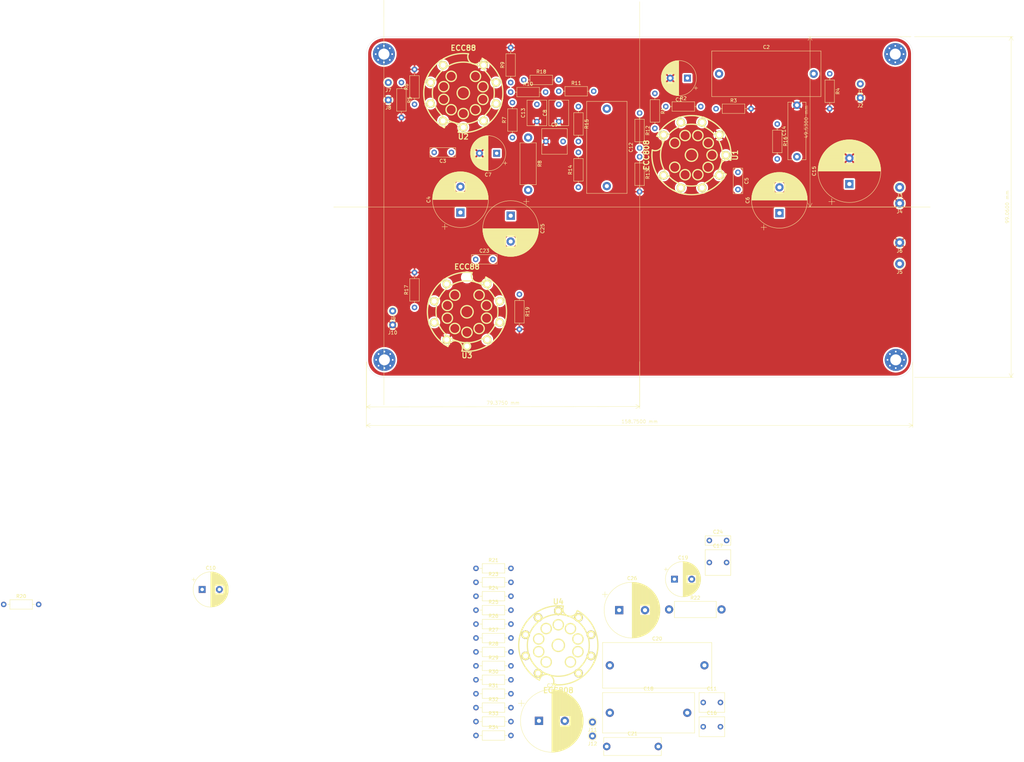
<source format=kicad_pcb>
(kicad_pcb (version 20240108) (generator "pcbnew") (generator_version "8.0")
  (layers (0 "F.Cu" signal) (31 "B.Cu" signal) (34 "B.Paste" user) (35 "F.Paste" user) (36 "B.SilkS" user "B.Silkscreen") (37 "F.SilkS" user "F.Silkscreen") (38 "B.Mask" user) (39 "F.Mask" user) (44 "Edge.Cuts" user))
  (net 0 "")
  (net 1 "FVCC")
  (net 2 "FGND")
  (net 3 "GND")
  (net 4 "Net-(C12-Pad1)")
  (net 5 "Net-(C9-Pad2)")
  (net 6 "Net-(U1B-G)")
  (net 7 "VDDA")
  (net 8 "Net-(J1-Pin_1)")
  (net 9 "Net-(J7-Pin_1)")
  (net 10 "Net-(C1-Pad1)")
  (net 11 "Net-(U2A-A)")
  (net 12 "Net-(R11-Pad2)")
  (net 13 "Net-(U1A-G)")
  (net 14 "Net-(U1A-K)")
  (net 15 "Net-(U1B-K)")
  (net 16 "Net-(U1A-A)")
  (net 17 "Net-(U2A-G)")
  (net 18 "Net-(U2A-K)")
  (net 19 "Net-(U2B-K)")
  (net 20 "Net-(R10-Pad2)")
  (net 21 "Net-(R12-Pad2)")
  (net 22 "Net-(U3A-A)")
  (net 23 "Net-(C11-Pad2)")
  (net 24 "Net-(C17-Pad2)")
  (net 25 "Net-(U4B-G)")
  (net 26 "Net-(C19-Pad1)")
  (net 27 "Net-(U4A-K)")
  (net 28 "Net-(J11-Pin_1)")
  (net 29 "Net-(J9-Pin_1)")
  (net 30 "Net-(U3B-K)")
  (net 31 "Net-(U3A-G)")
  (net 32 "Net-(U3A-K)")
  (net 33 "Net-(U4A-A)")
  (net 34 "Net-(R23-Pad2)")
  (net 35 "Net-(R25-Pad2)")
  (net 36 "Net-(R27-Pad2)")
  (net 37 "Net-(U4B-K)")
  (net 38 "Net-(U4A-G)")
  (footprint "Connector_Pin:Pin_D1.0mm_L10.0mm" (layer "F.Cu") (at 175.26 93.98)
    (property "Reference" "J2" (at 0 2.25 0) (layer "F.SilkS"))
    (property "Value" "Conn_01x01")
    (pad "1" thru_hole circle (at 0 0) (size 2 2) (drill 1) (layers "*.Cu" "*.Mask") (net 3 "GND"))
  )
  (footprint "Capacitor_THT:C_Rect_L26.5mm_W11.5mm_P22.50mm_MKS4" (layer "F.Cu") (at 102.47 272.81)
    (property "Reference" "C18" (at 11.25 -7 0) (layer "F.SilkS"))
    (property "Value" "1uF/250V")
    (pad "1" thru_hole circle (at 0 0) (size 2.4 2.4) (drill 1.2) (layers "*.Cu" "*.Mask") (net 23 "Net-(C11-Pad2)"))
    (pad "2" thru_hole circle (at 22.5 0) (size 2.4 2.4) (drill 1.2) (layers "*.Cu" "*.Mask") (net 25 "Net-(U4B-G)"))
  )
  (footprint "Capacitor_THT:CP_Radial_D18.0mm_P7.50mm" (layer "F.Cu") (at 172.085 119.04778 90)
    (property "Reference" "C15" (at 3.75 -10.25 90) (layer "F.SilkS"))
    (property "Value" "100uF")
    (pad "1" thru_hole rect (at 0 0 90) (size 2.4 2.4) (drill 1.2) (layers "*.Cu" "*.Mask") (net 7 "VDDA"))
    (pad "2" thru_hole circle (at 7.5 0 90) (size 2.4 2.4) (drill 1.2) (layers "*.Cu" "*.Mask") (net 3 "GND"))
  )
  (footprint "Capacitor_THT:C_Rect_L7.2mm_W2.5mm_P5.00mm_FKS2_FKP2_MKS2_MKP2" (layer "F.Cu") (at 131.4 222.71)
    (property "Reference" "C24" (at 2.5 -2.5 0) (layer "F.SilkS"))
    (property "Value" "100nF")
    (pad "1" thru_hole circle (at 0 0) (size 1.6 1.6) (drill 0.8) (layers "*.Cu" "*.Mask") (net 1 "FVCC"))
    (pad "2" thru_hole circle (at 5 0) (size 1.6 1.6) (drill 0.8) (layers "*.Cu" "*.Mask") (net 2 "FGND"))
  )
  (footprint "Connector_Pin:Pin_D1.0mm_L10.0mm" (layer "F.Cu") (at 97.43 279.55)
    (property "Reference" "J12" (at 0 2.25 0) (layer "F.SilkS"))
    (property "Value" "Conn_01x01")
    (pad "1" thru_hole circle (at 0 0) (size 2 2) (drill 1) (layers "*.Cu" "*.Mask") (net 3 "GND"))
  )
  (footprint "Capacitor_THT:C_Rect_L7.2mm_W5.5mm_P5.00mm_FKS2_FKP2_MKS2_MKP2" (layer "F.Cu") (at 129.62 269.81)
    (property "Reference" "C11" (at 2.5 -4 0) (layer "F.SilkS"))
    (property "Value" "22nF/1%")
    (pad "1" thru_hole circle (at 0 0) (size 1.6 1.6) (drill 0.8) (layers "*.Cu" "*.Mask") (net 3 "GND"))
    (pad "2" thru_hole circle (at 5 0) (size 1.6 1.6) (drill 0.8) (layers "*.Cu" "*.Mask") (net 23 "Net-(C11-Pad2)"))
  )
  (footprint "Connector_Pin:Pin_D1.0mm_L10.0mm" (layer "F.Cu") (at 175.26 89.93)
    (property "Reference" "J1" (at 0 2.25 0) (layer "F.SilkS"))
    (property "Value" "Conn_01x01")
    (pad "1" thru_hole circle (at 0 0) (size 2 2) (drill 1) (layers "*.Cu" "*.Mask") (net 8 "Net-(J1-Pin_1)"))
  )
  (footprint "Resistor_THT:R_Axial_DIN0207_L6.3mm_D2.5mm_P10.16mm_Horizontal" (layer "F.Cu") (at 63.58 251.06)
    (property "Reference" "R27" (at 5.08 -2.37 0) (layer "F.SilkS"))
    (property "Value" "1meg")
    (pad "1" thru_hole circle (at 0 0) (size 1.6 1.6) (drill 0.8) (layers "*.Cu" "*.Mask") (net 25 "Net-(U4B-G)"))
    (pad "2" thru_hole oval (at 10.16 0) (size 1.6 1.6) (drill 0.8) (layers "*.Cu" "*.Mask") (net 36 "Net-(R27-Pad2)"))
  )
  (footprint "Resistor_THT:R_Axial_DIN0207_L6.3mm_D2.5mm_P10.16mm_Horizontal" (layer "F.Cu") (at 63.58 234.86)
    (property "Reference" "R23" (at 5.08 -2.37 0) (layer "F.SilkS"))
    (property "Value" "20k")
    (pad "1" thru_hole circle (at 0 0) (size 1.6 1.6) (drill 0.8) (layers "*.Cu" "*.Mask") (net 32 "Net-(U3A-K)"))
    (pad "2" thru_hole oval (at 10.16 0) (size 1.6 1.6) (drill 0.8) (layers "*.Cu" "*.Mask") (net 34 "Net-(R23-Pad2)"))
  )
  (footprint "Capacitor_THT:CP_Radial_D16.0mm_P7.50mm" (layer "F.Cu") (at 73.66 128.27 -90)
    (property "Reference" "C25" (at 3.75 -9.25 90) (layer "F.SilkS"))
    (property "Value" "2200uF")
    (pad "1" thru_hole rect (at 0 0 270) (size 2.4 2.4) (drill 1.2) (layers "*.Cu" "*.Mask") (net 1 "FVCC"))
    (pad "2" thru_hole circle (at 7.5 0 270) (size 2.4 2.4) (drill 1.2) (layers "*.Cu" "*.Mask") (net 2 "FGND"))
  )
  (footprint "Capacitor_THT:C_Rect_L7.2mm_W2.5mm_P5.00mm_FKS2_FKP2_MKS2_MKP2" (layer "F.Cu") (at 56.435 109.855 180)
    (property "Reference" "C3" (at 2.5 -2.5 0) (layer "F.SilkS"))
    (property "Value" "100nF")
    (pad "1" thru_hole circle (at 0 0 180) (size 1.6 1.6) (drill 0.8) (layers "*.Cu" "*.Mask") (net 1 "FVCC"))
    (pad "2" thru_hole circle (at 5 0 180) (size 1.6 1.6) (drill 0.8) (layers "*.Cu" "*.Mask") (net 2 "FGND"))
  )
  (footprint "Capacitor_THT:C_Rect_L7.2mm_W2.5mm_P5.00mm_FKS2_FKP2_MKS2_MKP2" (layer "F.Cu") (at 139.7 115.65 -90)
    (property "Reference" "C5" (at 2.5 -2.5 90) (layer "F.SilkS"))
    (property "Value" "100nF")
    (pad "1" thru_hole circle (at 0 0 270) (size 1.6 1.6) (drill 0.8) (layers "*.Cu" "*.Mask") (net 1 "FVCC"))
    (pad "2" thru_hole circle (at 5 0 270) (size 1.6 1.6) (drill 0.8) (layers "*.Cu" "*.Mask") (net 2 "FGND"))
  )
  (footprint "Resistor_THT:R_Axial_DIN0207_L6.3mm_D2.5mm_P10.16mm_Horizontal" (layer "F.Cu") (at 41.91 89.535 -90)
    (property "Reference" "R5" (at 5.08 -2.37 90) (layer "F.SilkS"))
    (property "Value" "47k")
    (pad "1" thru_hole circle (at 0 0 270) (size 1.6 1.6) (drill 0.8) (layers "*.Cu" "*.Mask") (net 9 "Net-(J7-Pin_1)"))
    (pad "2" thru_hole oval (at 10.16 0 270) (size 1.6 1.6) (drill 0.8) (layers "*.Cu" "*.Mask") (net 3 "GND"))
  )
  (footprint "Resistor_THT:R_Axial_DIN0207_L6.3mm_D2.5mm_P10.16mm_Horizontal" (layer "F.Cu") (at 63.58 275.36)
    (property "Reference" "R33" (at 5.08 -2.37 0) (layer "F.SilkS"))
    (property "Value" "511R/1W")
    (pad "1" thru_hole circle (at 0 0) (size 1.6 1.6) (drill 0.8) (layers "*.Cu" "*.Mask") (net 33 "Net-(U4A-A)"))
    (pad "2" thru_hole oval (at 10.16 0) (size 1.6 1.6) (drill 0.8) (layers "*.Cu" "*.Mask") (net 7 "VDDA"))
  )
  (footprint "Resistor_THT:R_Axial_DIN0207_L6.3mm_D2.5mm_P10.16mm_Horizontal" (layer "F.Cu") (at 73.66 92.329)
    (property "Reference" "R10" (at 5.08 -2.37 0) (layer "F.SilkS"))
    (property "Value" "20k")
    (pad "1" thru_hole circle (at 0 0) (size 1.6 1.6) (drill 0.8) (layers "*.Cu" "*.Mask") (net 18 "Net-(U2A-K)"))
    (pad "2" thru_hole oval (at 10.16 0) (size 1.6 1.6) (drill 0.8) (layers "*.Cu" "*.Mask") (net 20 "Net-(R10-Pad2)"))
  )
  (footprint "kicad-snk:TubeNoval-ECC88" (layer "F.Cu") (at 60.96 156.21 180)
    (property "Reference" "U3" (at 0 -12.7 360) (layer "F.SilkS") (effects (font (size 1.524 1.524) (thickness 0.3048))))
    (property "Value" "ECC88" (at 0 13.09878 360) (layer "F.SilkS") (effects (font (size 1.524 1.524) (thickness 0.3048))))
    (pad "1" thru_hole circle (at 5.87756 8.0899 180) (size 2.49936 2.49936) (drill 1.4986) (layers "*.Cu" "*.Mask" "F.SilkS") (net 31 "Net-(U3A-G)"))
    (pad "2" thru_hole circle (at 9.50976 3.0861 180) (size 2.49936 2.49936) (drill 1.4986) (layers "*.Cu" "*.Mask" "F.SilkS") (net 29 "Net-(J9-Pin_1)"))
    (pad "3" thru_hole circle (at 9.50976 -3.0861 180) (size 2.49936 2.49936) (drill 1.4986) (layers "*.Cu" "*.Mask" "F.SilkS") (net 30 "Net-(U3B-K)"))
    (pad "4" thru_hole circle (at 5.87756 -8.0899 180) (size 2.49936 2.49936) (drill 1.4986) (layers "*.Cu" "*.Mask" "F.SilkS") (net 2 "FGND"))
    (pad "5" thru_hole circle (at 0 -9.99998 180) (size 2.49936 2.49936) (drill 1.4986) (layers "*.Cu" "*.Mask" "F.SilkS") (net 1 "FVCC"))
    (pad "6" thru_hole circle (at -5.87756 -8.0899 180) (size 2.49936 2.49936) (drill 1.4986) (layers "*.Cu" "*.Mask" "F.SilkS") (net 22 "Net-(U3A-A)"))
    (pad "7" thru_hole circle (at -9.50976 -3.0861 180) (size 2.49936 2.49936) (drill 1.4986) (layers "*.Cu" "*.Mask" "F.SilkS") (net 31 "Net-(U3A-G)"))
    (pad "8" thru_hole circle (at -9.50976 3.0861 180) (size 2.49936 2.49936) (drill 1.4986) (layers "*.Cu" "*.Mask" "F.SilkS") (net 32 "Net-(U3A-K)"))
    (pad "9" thru_hole circle (at -5.87756 8.0899 180) (size 2.49936 2.49936) (drill 1.4986) (layers "*.Cu" "*.Mask" "F.SilkS") (net 3 "GND"))
  )
  (footprint "Resistor_THT:R_Axial_DIN0207_L6.3mm_D2.5mm_P10.16mm_Horizontal" (layer "F.Cu") (at 63.58 259.16)
    (property "Reference" "R29" (at 5.08 -2.37 0) (layer "F.SilkS"))
    (property "Value" "1k")
    (pad "1" thru_hole circle (at 0 0) (size 1.6 1.6) (drill 0.8) (layers "*.Cu" "*.Mask") (net 36 "Net-(R27-Pad2)"))
    (pad "2" thru_hole oval (at 10.16 0) (size 1.6 1.6) (drill 0.8) (layers "*.Cu" "*.Mask") (net 3 "GND"))
  )
  (footprint "kicad-snk:TubeNoval-ECC88" (layer "F.Cu") (at 126.1999 110.65256 -90)
    (property "Reference" "U1" (at 0 -12.7 90) (layer "F.SilkS") (effects (font (size 1.524 1.524) (thickness 0.3048))))
    (property "Value" "ECC808" (at 0 13.09878 90) (layer "F.SilkS") (effects (font (size 1.524 1.524) (thickness 0.3048))))
    (pad "1" thru_hole circle (at 5.87756 8.0899 270) (size 2.49936 2.49936) (drill 1.4986) (layers "*.Cu" "*.Mask" "F.SilkS") (net 6 "Net-(U1B-G)"))
    (pad "2" thru_hole circle (at 9.50976 3.0861 270) (size 2.49936 2.49936) (drill 1.4986) (layers "*.Cu" "*.Mask" "F.SilkS") (net 15 "Net-(U1B-K)"))
    (pad "3" thru_hole circle (at 9.50976 -3.0861 270) (size 2.49936 2.49936) (drill 1.4986) (layers "*.Cu" "*.Mask" "F.SilkS") (net 13 "Net-(U1A-G)"))
    (pad "4" thru_hole circle (at 5.87756 -8.0899 270) (size 2.49936 2.49936) (drill 1.4986) (layers "*.Cu" "*.Mask" "F.SilkS") (net 2 "FGND"))
    (pad "5" thru_hole circle (at 0 -9.99998 270) (size 2.49936 2.49936) (drill 1.4986) (layers "*.Cu" "*.Mask" "F.SilkS") (net 1 "FVCC"))
    (pad "6" thru_hole circle (at -5.87756 -8.0899 270) (size 2.49936 2.49936) (drill 1.4986) (layers "*.Cu" "*.Mask" "F.SilkS") (net 3 "GND"))
    (pad "7" thru_hole circle (at -9.50976 -3.0861 270) (size 2.49936 2.49936) (drill 1.4986) (layers "*.Cu" "*.Mask" "F.SilkS") (net 16 "Net-(U1A-A)"))
    (pad "8" thru_hole circle (at -9.50976 3.0861 270) (size 2.49936 2.49936) (drill 1.4986) (layers "*.Cu" "*.Mask" "F.SilkS") (net 14 "Net-(U1A-K)"))
    (pad "9" thru_hole circle (at -5.87756 8.0899 270) (size 2.49936 2.49936) (drill 1.4986) (layers "*.Cu" "*.Mask" "F.SilkS") (net 13 "Net-(U1A-G)"))
  )
  (footprint "Connector_Pin:Pin_D1.0mm_L10.0mm" (layer "F.Cu") (at 38.1 89.535)
    (property "Reference" "J7" (at 0 2.25 0) (layer "F.SilkS"))
    (property "Value" "Conn_01x01")
    (pad "1" thru_hole circle (at 0 0) (size 2 2) (drill 1) (layers "*.Cu" "*.Mask") (net 9 "Net-(J7-Pin_1)"))
  )
  (footprint "Resistor_THT:R_Axial_DIN0207_L6.3mm_D2.5mm_P10.16mm_Horizontal" (layer "F.Cu") (at 63.58 230.81)
    (property "Reference" "R21" (at 5.08 -2.37 0) (layer "F.SilkS"))
    (property "Value" "20k")
    (pad "1" thru_hole circle (at 0 0) (size 1.6 1.6) (drill 0.8) (layers "*.Cu" "*.Mask") (net 32 "Net-(U3A-K)"))
    (pad "2" thru_hole oval (at 10.16 0) (size 1.6 1.6) (drill 0.8) (layers "*.Cu" "*.Mask") (net 3 "GND"))
  )
  (footprint "Capacitor_THT:CP_Radial_D16.0mm_P7.50mm" (layer "F.Cu") (at 59.055 127.337754 90)
    (property "Reference" "C4" (at 3.75 -9.25 90) (layer "F.SilkS"))
    (property "Value" "2200uF")
    (pad "1" thru_hole rect (at 0 0 90) (size 2.4 2.4) (drill 1.2) (layers "*.Cu" "*.Mask") (net 1 "FVCC"))
    (pad "2" thru_hole circle (at 7.5 0 90) (size 2.4 2.4) (drill 1.2) (layers "*.Cu" "*.Mask") (net 2 "FGND"))
  )
  (footprint "Resistor_THT:R_Axial_DIN0207_L6.3mm_D2.5mm_P10.16mm_Horizontal" (layer "F.Cu") (at 93.345 120.015 90)
    (property "Reference" "R14" (at 5.08 -2.37 90) (layer "F.SilkS"))
    (property "Value" "1meg")
    (pad "1" thru_hole circle (at 0 0 90) (size 1.6 1.6) (drill 0.8) (layers "*.Cu" "*.Mask") (net 6 "Net-(U1B-G)"))
    (pad "2" thru_hole oval (at 10.16 0 90) (size 1.6 1.6) (drill 0.8) (layers "*.Cu" "*.Mask") (net 21 "Net-(R12-Pad2)"))
  )
  (footprint "Connector_Pin:Pin_D1.3mm_L11.0mm" (layer "F.Cu") (at 186.69 142.24)
    (property "Reference" "J5" (at 0 2.4 0) (layer "F.SilkS"))
    (property "Value" "Conn_01x01")
    (pad "1" thru_hole circle (at 0 0) (size 2.6 2.6) (drill 1.3) (layers "*.Cu" "*.Mask") (net 7 "VDDA"))
  )
  (footprint "Capacitor_THT:CP_Radial_D16.0mm_P7.50mm" (layer "F.Cu") (at 105.194491 242.96)
    (property "Reference" "C26" (at 3.75 -9.25 0) (layer "F.SilkS"))
    (property "Value" "2200uF")
    (pad "1" thru_hole rect (at 0 0) (size 2.4 2.4) (drill 1.2) (layers "*.Cu" "*.Mask") (net 1 "FVCC"))
    (pad "2" thru_hole circle (at 7.5 0) (size 2.4 2.4) (drill 1.2) (layers "*.Cu" "*.Mask") (net 2 "FGND"))
  )
  (footprint "Resistor_THT:R_Axial_DIN0207_L6.3mm_D2.5mm_P10.16mm_Horizontal" (layer "F.Cu") (at 63.58 267.26)
    (property "Reference" "R31" (at 5.08 -2.37 0) (layer "F.SilkS"))
    (property "Value" "1k")
    (pad "1" thru_hole circle (at 0 0) (size 1.6 1.6) (drill 0.8) (layers "*.Cu" "*.Mask") (net 26 "Net-(C19-Pad1)"))
    (pad "2" thru_hole oval (at 10.16 0) (size 1.6 1.6) (drill 0.8) (layers "*.Cu" "*.Mask") (net 33 "Net-(U4A-A)"))
  )
  (footprint "MountingHole:MountingHole_3.2mm_M3_Pad_Via" (layer "F.Cu") (at 36.83 81.28)
    (property "Reference" "H1" (hide yes))
    (property "Value" "MountingHole")
    (pad "1" thru_hole circle (at -2.4 0) (size 0.8 0.8) (drill 0.5) (layers "*.Cu" "*.Mask"))
    (pad "1" thru_hole circle (at -1.697056 -1.697056) (size 0.8 0.8) (drill 0.5) (layers "*.Cu" "*.Mask"))
    (pad "1" thru_hole circle (at -1.697056 1.697056) (size 0.8 0.8) (drill 0.5) (layers "*.Cu" "*.Mask"))
    (pad "1" thru_hole circle (at 0 -2.4) (size 0.8 0.8) (drill 0.5) (layers "*.Cu" "*.Mask"))
    (pad "1" thru_hole circle (at 0 0) (size 6.4 6.4) (drill 3.2) (layers "*.Cu" "*.Mask"))
    (pad "1" thru_hole circle (at 0 2.4) (size 0.8 0.8) (drill 0.5) (layers "*.Cu" "*.Mask"))
    (pad "1" thru_hole circle (at 1.697056 -1.697056) (size 0.8 0.8) (drill 0.5) (layers "*.Cu" "*.Mask"))
    (pad "1" thru_hole circle (at 1.697056 1.697056) (size 0.8 0.8) (drill 0.5) (layers "*.Cu" "*.Mask"))
    (pad "1" thru_hole circle (at 2.4 0) (size 0.8 0.8) (drill 0.5) (layers "*.Cu" "*.Mask"))
  )
  (footprint "Connector_Pin:Pin_D1.0mm_L10.0mm" (layer "F.Cu") (at 39.37 155.97)
    (property "Reference" "J9" (at 0 2.25 0) (layer "F.SilkS"))
    (property "Value" "Conn_01x01")
    (pad "1" thru_hole circle (at 0 0) (size 2 2) (drill 1) (layers "*.Cu" "*.Mask") (net 29 "Net-(J9-Pin_1)"))
  )
  (footprint "Resistor_THT:R_Axial_DIN0207_L6.3mm_D2.5mm_P10.16mm_Horizontal" (layer "F.Cu") (at 63.58 247.01)
    (property "Reference" "R26" (at 5.08 -2.37 0) (layer "F.SilkS"))
    (property "Value" "221R/0.25W")
    (pad "1" thru_hole circle (at 0 0) (size 1.6 1.6) (drill 0.8) (layers "*.Cu" "*.Mask") (net 35 "Net-(R25-Pad2)"))
    (pad "2" thru_hole oval (at 10.16 0) (size 1.6 1.6) (drill 0.8) (layers "*.Cu" "*.Mask") (net 24 "Net-(C17-Pad2)"))
  )
  (footprint "Resistor_THT:R_Axial_DIN0207_L6.3mm_D2.5mm_P10.16mm_Horizontal" (layer "F.Cu") (at 115.57 92.71 -90)
    (property "Reference" "R1" (at 5.08 -2.37 90) (layer "F.SilkS"))
    (property "Value" "221k")
    (pad "1" thru_hole circle (at 0 0 270) (size 1.6 1.6) (drill 0.8) (layers "*.Cu" "*.Mask") (net 10 "Net-(C1-Pad1)"))
    (pad "2" thru_hole oval (at 10.16 0 270) (size 1.6 1.6) (drill 0.8) (layers "*.Cu" "*.Mask") (net 13 "Net-(U1A-G)"))
  )
  (footprint "Capacitor_THT:C_Rect_L7.2mm_W7.2mm_P5.00mm_FKS2_FKP2_MKS2_MKP2" (layer "F.Cu") (at 131.4 229.11)
    (property "Reference" "C17" (at 2.5 -4.85 0) (layer "F.SilkS"))
    (property "Value" "68nF/1%")
    (pad "1" thru_hole circle (at 0 0) (size 1.6 1.6) (drill 0.8) (layers "*.Cu" "*.Mask") (net 3 "GND"))
    (pad "2" thru_hole circle (at 5 0) (size 1.6 1.6) (drill 0.8) (layers "*.Cu" "*.Mask") (net 24 "Net-(C17-Pad2)"))
  )
  (footprint "Connector_Pin:Pin_D1.0mm_L10.0mm" (layer "F.Cu") (at 39.37 160.02)
    (property "Reference" "J10" (at 0 2.25 0) (layer "F.SilkS"))
    (property "Value" "Conn_01x01")
    (pad "1" thru_hole circle (at 0 0) (size 2 2) (drill 1) (layers "*.Cu" "*.Mask") (net 3 "GND"))
  )
  (footprint "Resistor_THT:R_Axial_DIN0207_L6.3mm_D2.5mm_P10.16mm_Horizontal" (layer "F.Cu") (at 63.58 279.41)
    (property "Reference" "R34" (at 5.08 -2.37 0) (layer "F.SilkS"))
    (property "Value" "1meg")
    (pad "1" thru_hole circle (at 0 0) (size 1.6 1.6) (drill 0.8) (layers "*.Cu" "*.Mask") (net 28 "Net-(J11-Pin_1)"))
    (pad "2" thru_hole oval (at 10.16 0) (size 1.6 1.6) (drill 0.8) (layers "*.Cu" "*.Mask") (net 3 "GND"))
  )
  (footprint "Capacitor_THT:CP_Radial_D16.0mm_P7.50mm" (layer "F.Cu") (at 151.765 127.515 90)
    (property "Reference" "C6" (at 3.75 -9.25 90) (layer "F.SilkS"))
    (property "Value" "2200uF")
    (pad "1" thru_hole rect (at 0 0 90) (size 2.4 2.4) (drill 1.2) (layers "*.Cu" "*.Mask") (net 1 "FVCC"))
    (pad "2" thru_hole circle (at 7.5 0 90) (size 2.4 2.4) (drill 1.2) (layers "*.Cu" "*.Mask") (net 2 "FGND"))
  )
  (footprint "Resistor_THT:R_Axial_DIN0207_L6.3mm_D2.5mm_P10.16mm_Horizontal" (layer "F.Cu") (at 63.58 263.21)
    (property "Reference" "R30" (at 5.08 -2.37 0) (layer "F.SilkS"))
    (property "Value" "221k")
    (pad "1" thru_hole circle (at 0 0) (size 1.6 1.6) (drill 0.8) (layers "*.Cu" "*.Mask") (net 26 "Net-(C19-Pad1)"))
    (pad "2" thru_hole oval (at 10.16 0) (size 1.6 1.6) (drill 0.8) (layers "*.Cu" "*.Mask") (net 38 "Net-(U4A-G)"))
  )
  (footprint "Resistor_THT:R_Axial_DIN0414_L11.9mm_D4.5mm_P15.24mm_Horizontal" (layer "F.Cu") (at 119.69 242.76)
    (property "Reference" "R22" (at 7.62 -3.37 0) (layer "F.SilkS"))
    (property "Value" "33k/2W")
    (pad "1" thru_hole circle (at 0 0) (size 2.4 2.4) (drill 1.2) (layers "*.Cu" "*.Mask") (net 22 "Net-(U3A-A)"))
    (pad "2" thru_hole oval (at 15.24 0) (size 2.4 2.4) (drill 1.2) (layers "*.Cu" "*.Mask") (net 33 "Net-(U4A-A)"))
  )
  (footprint "MountingHole:MountingHole_3.2mm_M3_Pad_Via" (layer "F.Cu") (at 36.97 170.18)
    (property "Reference" "H3" (hide yes))
    (property "Value" "MountingHole")
    (pad "1" thru_hole circle (at -2.4 0) (size 0.8 0.8) (drill 0.5) (layers "*.Cu" "*.Mask"))
    (pad "1" thru_hole circle (at -1.697056 -1.697056) (size 0.8 0.8) (drill 0.5) (layers "*.Cu" "*.Mask"))
    (pad "1" thru_hole circle (at -1.697056 1.697056) (size 0.8 0.8) (drill 0.5) (layers "*.Cu" "*.Mask"))
    (pad "1" thru_hole circle (at 0 -2.4) (size 0.8 0.8) (drill 0.5) (layers "*.Cu" "*.Mask"))
    (pad "1" thru_hole circle (at 0 0) (size 6.4 6.4) (drill 3.2) (layers "*.Cu" "*.Mask"))
    (pad "1" thru_hole circle (at 0 2.4) (size 0.8 0.8) (drill 0.5) (layers "*.Cu" "*.Mask"))
    (pad "1" thru_hole circle (at 1.697056 -1.697056) (size 0.8 0.8) (drill 0.5) (layers "*.Cu" "*.Mask"))
    (pad "1" thru_hole circle (at 1.697056 1.697056) (size 0.8 0.8) (drill 0.5) (layers "*.Cu" "*.Mask"))
    (pad "1" thru_hole circle (at 2.4 0) (size 0.8 0.8) (drill 0.5) (layers "*.Cu" "*.Mask"))
  )
  (footprint "Capacitor_THT:C_Rect_L7.2mm_W5.5mm_P5.00mm_FKS2_FKP2_MKS2_MKP2" (layer "F.Cu") (at 87.63 100.885 90)
    (property "Reference" "C8" (at 2.5 -4 90) (layer "F.SilkS"))
    (property "Value" "22nF/1%")
    (pad "1" thru_hole circle (at 0 0 90) (size 1.6 1.6) (drill 0.8) (layers "*.Cu" "*.Mask") (net 3 "GND"))
    (pad "2" thru_hole circle (at 5 0 90) (size 1.6 1.6) (drill 0.8) (layers "*.Cu" "*.Mask") (net 4 "Net-(C12-Pad1)"))
  )
  (footprint "Resistor_THT:R_Axial_DIN0207_L6.3mm_D2.5mm_P10.16mm_Horizontal" (layer "F.Cu") (at -73.66 241.3)
    (property "Reference" "R20" (at 5.08 -2.37 0) (layer "F.SilkS"))
    (property "Value" "20k")
    (pad "1" thru_hole circle (at 0 0) (size 1.6 1.6) (drill 0.8) (layers "*.Cu" "*.Mask") (net 22 "Net-(U3A-A)"))
    (pad "2" thru_hole oval (at 10.16 0) (size 1.6 1.6) (drill 0.8) (layers "*.Cu" "*.Mask") (net 31 "Net-(U3A-G)"))
  )
  (footprint "Resistor_THT:R_Axial_DIN0207_L6.3mm_D2.5mm_P10.16mm_Horizontal" (layer "F.Cu") (at 118.745 96.52)
    (property "Reference" "R2" (at 5.08 -2.37 0) (layer "F.SilkS"))
    (property "Value" "1k")
    (pad "1" thru_hole circle (at 0 0) (size 1.6 1.6) (drill 0.8) (layers "*.Cu" "*.Mask") (net 10 "Net-(C1-Pad1)"))
    (pad "2" thru_hole oval (at 10.16 0) (size 1.6 1.6) (drill 0.8) (layers "*.Cu" "*.Mask") (net 16 "Net-(U1A-A)"))
  )
  (footprint "Resistor_THT:R_Axial_DIN0207_L6.3mm_D2.5mm_P10.16mm_Horizontal" (layer "F.Cu") (at 63.58 242.96)
    (property "Reference" "R25" (at 5.08 -2.37 0) (layer "F.SilkS"))
    (property "Value" "4k42/0.25W")
    (pad "1" thru_hole circle (at 0 0) (size 1.6 1.6) (drill 0.8) (layers "*.Cu" "*.Mask") (net 23 "Net-(C11-Pad2)"))
    (pad "2" thru_hole oval (at 10.16 0) (size 1.6 1.6) (drill 0.8) (layers "*.Cu" "*.Mask") (net 35 "Net-(R25-Pad2)"))
  )
  (footprint "Resistor_THT:R_Axial_DIN0207_L6.3mm_D2.5mm_P10.16mm_Horizontal" (layer "F.Cu") (at 166.37 86.995 -90)
    (property "Reference" "R4" (at 5.08 -2.37 90) (layer "F.SilkS"))
    (property "Value" "1meg")
    (pad "1" thru_hole circle (at 0 0 270) (size 1.6 1.6) (drill 0.8) (layers "*.Cu" "*.Mask") (net 8 "Net-(J1-Pin_1)"))
    (pad "2" thru_hole oval (at 10.16 0 270) (size 1.6 1.6) (drill 0.8) (layers "*.Cu" "*.Mask") (net 3 "GND"))
  )
  (footprint "Capacitor_THT:CP_Radial_D10.0mm_P5.00mm" (layer "F.Cu") (at 121.254646 233.96)
    (property "Reference" "C19" (at 2.5 -6.25 0) (layer "F.SilkS"))
    (property "Value" "10uF/350V")
    (pad "1" thru_hole rect (at 0 0) (size 2 2) (drill 1) (layers "*.Cu" "*.Mask") (net 26 "Net-(C19-Pad1)"))
    (pad "2" thru_hole circle (at 5 0) (size 2 2) (drill 1) (layers "*.Cu" "*.Mask") (net 3 "GND"))
  )
  (footprint "Capacitor_THT:C_Rect_L7.2mm_W5.5mm_P5.00mm_FKS2_FKP2_MKS2_MKP2" (layer "F.Cu") (at 129.62 276.86)
    (property "Reference" "C16" (at 2.5 -4 0) (layer "F.SilkS"))
    (property "Value" "1nF/1%")
    (pad "1" thru_hole circle (at 0 0) (size 1.6 1.6) (drill 0.8) (layers "*.Cu" "*.Mask") (net 3 "GND"))
    (pad "2" thru_hole circle (at 5 0) (size 1.6 1.6) (drill 0.8) (layers "*.Cu" "*.Mask") (net 23 "Net-(C11-Pad2)"))
  )
  (footprint "Capacitor_THT:C_Rect_L7.2mm_W2.5mm_P5.00mm_FKS2_FKP2_MKS2_MKP2" (layer "F.Cu") (at 63.5 140.97)
    (property "Reference" "C23" (at 2.5 -2.5 0) (layer "F.SilkS"))
    (property "Value" "100nF")
    (pad "1" thru_hole circle (at 0 0) (size 1.6 1.6) (drill 0.8) (layers "*.Cu" "*.Mask") (net 1 "FVCC"))
    (pad "2" thru_hole circle (at 5 0) (size 1.6 1.6) (drill 0.8) (layers "*.Cu" "*.Mask") (net 2 "FGND"))
  )
  (footprint "Capacitor_THT:C_Rect_L16.5mm_W5.0mm_P15.00mm_MKT" (layer "F.Cu") (at 101.57 282.61)
    (property "Reference" "C21" (at 7.5 -3.75 0) (layer "F.SilkS"))
    (property "Value" "100nF")
    (pad "1" thru_hole circle (at 0 0) (size 2.2 2.2) (drill 1.1) (layers "*.Cu" "*.Mask") (net 7 "VDDA"))
    (pad "2" thru_hole circle (at 15 0) (size 2.2 2.2) (drill 1.1) (layers "*.Cu" "*.Mask") (net 3 "GND"))
  )
  (footprint "Resistor_THT:R_Axial_DIN0207_L6.3mm_D2.5mm_P10.16mm_Horizontal" (layer "F.Cu") (at 45.72 95.885 90)
    (property "Reference" "R6" (at 5.08 -2.37 90) (layer "F.SilkS"))
    (property "Value" "162R")
    (pad "1" thru_hole circle (at 0 0 90) (size 1.6 1.6) (drill 0.8) (layers "*.Cu" "*.Mask") (net 19 "Net-(U2B-K)"))
    (pad "2" thru_hole oval (at 10.16 0 90) (size 1.6 1.6) (drill 0.8) (layers "*.Cu" "*.Mask") (net 3 "GND"))
  )
  (footprint "Resistor_THT:R_Axial_DIN0207_L6.3mm_D2.5mm_P10.16mm_Horizontal" (layer "F.Cu") (at 63.58 238.91)
    (property "Reference" "R24" (at 5.08 -2.37 0) (layer "F.SilkS"))
    (property "Value" "11.5k/0.25W")
    (pad "1" thru_hole circle (at 0 0) (size 1.6 1.6) (drill 0.8) (layers "*.Cu" "*.Mask") (net 34 "Net-(R23-Pad2)"))
    (pad "2" thru_hole oval (at 10.16 0) (size 1.6 1.6) (drill 0.8) (layers "*.Cu" "*.Mask") (net 23 "Net-(C11-Pad2)"))
  )
  (footprint "Resistor_THT:R_Axial_DIN0207_L6.3mm_D2.5mm_P10.16mm_Horizontal" (layer "F.Cu") (at 63.58 271.31)
    (property "Reference" "R32" (at 5.08 -2.37 0) (layer "F.SilkS"))
    (property "Value" "221k")
    (pad "1" thru_hole circle (at 0 0) (size 1.6 1.6) (drill 0.8) (layers "*.Cu" "*.Mask") (net 27 "Net-(U4A-K)"))
    (pad "2" thru_hole oval (at 10.16 0) (size 1.6 1.6) (drill 0.8) (layers "*.Cu" "*.Mask") (net 3 "GND"))
  )
  (footprint "Capacitor_THT:CP_Radial_D18.0mm_P7.50mm" (layer "F.Cu") (at 81.88444 275.15)
    (property "Reference" "C22" (at 3.75 -10.25 0) (layer "F.SilkS"))
    (property "Value" "100uF")
    (pad "1" thru_hole rect (at 0 0) (size 2.4 2.4) (drill 1.2) (layers "*.Cu" "*.Mask") (net 7 "VDDA"))
    (pad "2" thru_hole circle (at 7.5 0) (size 2.4 2.4) (drill 1.2) (layers "*.Cu" "*.Mask") (net 3 "GND"))
  )
  (footprint "Capacitor_THT:C_Rect_L31.5mm_W13.0mm_P27.50mm_MKS4" (layer "F.Cu") (at 102.47 259.01)
    (property "Reference" "C20" (at 13.75 -7.75 0) (layer "F.SilkS"))
    (property "Value" "3.3uF/250V")
    (pad "1" thru_hole circle (at 0 0) (size 2.4 2.4) (drill 1.2) (layers "*.Cu" "*.Mask") (net 27 "Net-(U4A-K)"))
    (pad "2" thru_hole circle (at 27.5 0) (size 2.4 2.4) (drill 1.2) (layers "*.Cu" "*.Mask") (net 28 "Net-(J11-Pin_1)"))
  )
  (footprint "MountingHole:MountingHole_3.2mm_M3_Pad_Via" (layer "F.Cu") (at 185.42 81.28)
    (property "Reference" "H2" (hide yes))
    (property "Value" "MountingHole")
    (pad "1" thru_hole circle (at -2.4 0) (size 0.8 0.8) (drill 0.5) (layers "*.Cu" "*.Mask"))
    (pad "1" thru_hole circle (at -1.697056 -1.697056) (size 0.8 0.8) (drill 0.5) (layers "*.Cu" "*.Mask"))
    (pad "1" thru_hole circle (at -1.697056 1.697056) (size 0.8 0.8) (drill 0.5) (layers "*.Cu" "*.Mask"))
    (pad "1" thru_hole circle (at 0 -2.4) (size 0.8 0.8) (drill 0.5) (layers "*.Cu" "*.Mask"))
    (pad "1" thru_hole circle (at 0 0) (size 6.4 6.4) (drill 3.2) (layers "*.Cu" "*.Mask"))
    (pad "1" thru_hole circle (at 0 2.4) (size 0.8 0.8) (drill 0.5) (layers "*.Cu" "*.Mask"))
    (pad "1" thru_hole circle (at 1.697056 -1.697056) (size 0.8 0.8) (drill 0.5) (layers "*.Cu" "*.Mask"))
    (pad "1" thru_hole circle (at 1.697056 1.697056) (size 0.8 0.8) (drill 0.5) (layers "*.Cu" "*.Mask"))
    (pad "1" thru_hole circle (at 2.4 0) (size 0.8 0.8) (drill 0.5) (layers "*.Cu" "*.Mask"))
  )
  (footprint "Resistor_THT:R_Axial_DIN0207_L6.3mm_D2.5mm_P10.16mm_Horizontal" (layer "F.Cu") (at 73.66 89.535 90)
    (property "Reference" "R9" (at 5.08 -2.37 90) (layer "F.SilkS"))
    (property "Value" "20k")
    (pad "1" thru_hole circle (at 0 0 90) (size 1.6 1.6) (drill 0.8) (layers "*.Cu" "*.Mask") (net 18 "Net-(U2A-K)"))
    (pad "2" thru_hole oval (at 10.16 0 90) (size 1.6 1.6) (drill 0.8) (layers "*.Cu" "*.Mask") (net 3 "GND"))
  )
  (footprint "Resistor_THT:R_Axial_DIN0207_L6.3mm_D2.5mm_P10.16mm_Horizontal" (layer "F.Cu") (at 77.47 88.773)
    (property "Reference" "R18" (at 5.08 -2.37 0) (layer "F.SilkS"))
    (property "Value" "11.5k/0.25W")
    (pad "1" thru_hole circle (at 0 0) (size 1.6 1.6) (drill 0.8) (layers "*.Cu" "*.Mask") (net 20 "Net-(R10-Pad2)"))
    (pad "2" thru_hole oval (at 10.16 0) (size 1.6 1.6) (drill 0.8) (layers "*.Cu" "*.Mask") (net 4 "Net-(C12-Pad1)"))
  )
  (footprint "Resistor_THT:R_Axial_DIN0207_L6.3mm_D2.5mm_P10.16mm_Horizontal" (layer "F.Cu") (at 151.13 101.6 -90)
    (property "Reference" "R16" (at 5.08 -2.37 90) (layer "F.SilkS"))
    (property "Value" "511R/1W")
    (pad "1" thru_hole circle (at 0 0 270) (size 1.6 1.6) (drill 0.8) (layers "*.Cu" "*.Mask") (net 16 "Net-(U1A-A)"))
    (pad "2" thru_hole oval (at 10.16 0 270) (size 1.6 1.6) (drill 0.8) (layers "*.Cu" "*.Mask") (net 7 "VDDA"))
  )
  (footprint "Connector_Pin:Pin_D1.3mm_L11.0mm" (layer "F.Cu") (at 186.69 124.665)
    (property "Reference" "J4" (at 0 2.4 0) (layer "F.SilkS"))
    (property "Value" "Conn_01x01")
    (pad "1" thru_hole circle (at 0 0) (size 2.6 2.6) (drill 1.3) (layers "*.Cu" "*.Mask") (net 3 "GND"))
  )
  (footprint "Capacitor_THT:C_Rect_L7.2mm_W5.5mm_P5.00mm_FKS2_FKP2_MKS2_MKP2" (layer "F.Cu") (at 81.28 100.885 90)
    (property "Reference" "C13" (at 2.5 -4 90) (layer "F.SilkS"))
    (property "Value" "1nF/1%")
    (pad "1" thru_hole circle (at 0 0 90) (size 1.6 1.6) (drill 0.8) (layers "*.Cu" "*.Mask") (net 3 "GND"))
    (pad "2" thru_hole circle (at 5 0 90) (size 1.6 1.6) (drill 0.8) (layers "*.Cu" "*.Mask") (net 4 "Net-(C12-Pad1)"))
  )
  (footprint "MountingHole:MountingHole_3.2mm_M3_Pad_Via" (layer "F.Cu") (at 185.56 170.18)
    (property "Reference" "H4" (hide yes))
    (property "Value" "MountingHole")
    (pad "1" thru_hole circle (at -2.4 0) (size 0.8 0.8) (drill 0.5) (layers "*.Cu" "*.Mask"))
    (pad "1" thru_hole circle (at -1.697056 -1.697056) (size 0.8 0.8) (drill 0.5) (layers "*.Cu" "*.Mask"))
    (pad "1" thru_hole circle (at -1.697056 1.697056) (size 0.8 0.8) (drill 0.5) (layers "*.Cu" "*.Mask"))
    (pad "1" thru_hole circle (at 0 -2.4) (size 0.8 0.8) (drill 0.5) (layers "*.Cu" "*.Mask"))
    (pad "1" thru_hole circle (at 0 0) (size 6.4 6.4) (drill 3.2) (layers "*.Cu" "*.Mask"))
    (pad "1" thru_hole circle (at 0 2.4) (size 0.8 0.8) (drill 0.5) (layers "*.Cu" "*.Mask"))
    (pad "1" thru_hole circle (at 1.697056 -1.697056) (size 0.8 0.8) (drill 0.5) (layers "*.Cu" "*.Mask"))
    (pad "1" thru_hole circle (at 1.697056 1.697056) (size 0.8 0.8) (drill 0.5) (layers "*.Cu" "*.Mask"))
    (pad "1" thru_hole circle (at 2.4 0) (size 0.8 0.8) (drill 0.5) (layers "*.Cu" "*.Mask"))
  )
  (footprint "Connector_Pin:Pin_D1.0mm_L10.0mm" (layer "F.Cu") (at 97.43 275.5)
    (property "Reference" "J11" (at 0 2.25 0) (layer "F.SilkS"))
    (property "Value" "Conn_01x01")
    (pad "1" thru_hole circle (at 0 0) (size 2 2) (drill 1) (layers "*.Cu" "*.Mask") (net 28 "Net-(J11-Pin_1)"))
  )
  (footprint "kicad-snk:TubeNoval-ECC88" (layer "F.Cu") (at 59.903391 92.594914 180)
    (property "Reference" "U2" (at 0 -12.7 0) (layer "F.SilkS") (effects (font (size 1.524 1.524) (thickness 0.3048))))
    (property "Value" "ECC88" (at 0 13.09878 0) (layer "F.SilkS") (effects (font (size 1.524 1.524) (thickness 0.3048))))
    (pad "1" thru_hole circle (at 5.87756 8.0899 180) (size 2.49936 2.49936) (drill 1.4986) (layers "*.Cu" "*.Mask" "F.SilkS") (net 17 "Net-(U2A-G)"))
    (pad "2" thru_hole circle (at 9.50976 3.0861 180) (size 2.49936 2.49936) (drill 1.4986) (layers "*.Cu" "*.Mask" "F.SilkS") (net 9 "Net-(J7-Pin_1)"))
    (pad "3" thru_hole circle (at 9.50976 -3.0861 180) (size 2.49936 2.49936) (drill 1.4986) (layers "*.Cu" "*.Mask" "F.SilkS") (net 19 "Net-(U2B-K)"))
    (pad "4" thru_hole circle (at 5.87756 -8.0899 180) (size 2.49936 2.49936) (drill 1.4986) (layers "*.Cu" "*.Mask" "F.SilkS") (net 2 "FGND"))
    (pad "5" thru_hole circle (at 0 -9.99998 180) (size 2.49936 2.49936) (drill 1.4986) (layers "*.Cu" "*.Mask" "F.SilkS") (net 1 "FVCC"))
    (pad "6" thru_hole circle (at -5.87756 -8.0899 180) (size 2.49936 2.49936) (drill 1.4986) (layers "*.Cu" "*.Mask" "F.SilkS") (net 11 "Net-(U2A-A)"))
    (pad "7" thru_hole circle (at -9.50976 -3.0861 180) (size 2.49936 2.49936) (drill 1.4986) (layers "*.Cu" "*.Mask" "F.SilkS") (net 17 "Net-(U2A-G)"))
    (pad "8" thru_hole circle (at -9.50976 3.0861 180) (size 2.49936 2.49936) (drill 1.4986) (layers "*.Cu" "*.Mask" "F.SilkS") (net 18 "Net-(U2A-K)"))
    (pad "9" thru_hole circle (at -5.87756 8.0899 180) (size 2.49936 2.49936) (drill 1.4986) (layers "*.Cu" "*.Mask" "F.SilkS") (net 3 "GND"))
  )
  (footprint "Resistor_THT:R_Axial_DIN0207_L6.3mm_D2.5mm_P10.16mm_Horizontal" (layer "F.Cu") (at 76.2 151.13 -90)
    (property "Reference" "R19" (at 5.08 -2.37 90) (layer "F.SilkS"))
    (property "Value" "162R")
    (pad "1" thru_hole circle (at 0 0 270) (size 1.6 1.6) (drill 0.8) (layers "*.Cu" "*.Mask") (net 30 "Net-(U3B-K)"))
    (pad "2" thru_hole oval (at 10.16 0 270) (size 1.6 1.6) (drill 0.8) (layers "*.Cu" "*.Mask") (net 3 "GND"))
  )
  (footprint "Resistor_THT:R_Axial_DIN0207_L6.3mm_D2.5mm_P10.16mm_Horizontal" (layer "F.Cu") (at 111.125 111.125 -90)
    (property "Reference" "R13" (at 5.08 -2.37 90) (layer "F.SilkS"))
    (property "Value" "1k")
    (pad "1" thru_hole circle (at 0 0 270) (size 1.6 1.6) (drill 0.8) (layers "*.Cu" "*.Mask") (net 21 "Net-(R12-Pad2)"))
    (pad "2" thru_hole oval (at 10.16 0 270) (size 1.6 1.6) (drill 0.8) (layers "*.Cu" "*.Mask") (net 3 "GND"))
  )
  (footprint "Capacitor_THT:CP_Radial_D10.0mm_P5.00mm" (layer "F.Cu") (at 69.596 110.109 180)
    (property "Reference" "C7" (at 2.5 -6.25 0) (layer "F.SilkS"))
    (property "Value" "10uF/350V")
    (pad "1" thru_hole rect (at 0 0 180) (size 2 2) (drill 1) (layers "*.Cu" "*.Mask") (net 11 "Net-(U2A-A)"))
    (pad "2" thru_hole circle (at 5 0 180) (size 2 2) (drill 1) (layers "*.Cu" "*.Mask") (net 3 "GND"))
  )
  (footprint "Resistor_THT:R_Axial_DIN0207_L6.3mm_D2.5mm_P10.16mm_Horizontal" (layer "F.Cu") (at 63.58 255.11)
    (property "Reference" "R28" (at 5.08 -2.37 0) (layer "F.SilkS"))
    (property "Value" "162R")
    (pad "1" thru_hole circle (at 0 0) (size 1.6 1.6) (drill 0.8) (layers "*.Cu" "*.Mask") (net 37 "Net-(U4B-K)"))
    (pad "2" thru_hole oval (at 10.16 0) (size 1.6 1.6) (drill 0.8) (layers "*.Cu" "*.Mask") (net 36 "Net-(R27-Pad2)"))
  )
  (footprint "Capacitor_THT:CP_Radial_D10.0mm_P5.00mm" (layer "F.Cu") (at 125.015 88.265 180)
    (property "Reference" "C1" (at 2.5 -6.25 0) (layer "F.SilkS"))
    (property "Value" "10uF/350V")
    (pad "1" thru_hole rect (at 0 0 180) (size 2 2) (drill 1) (layers "*.Cu" "*.Mask") (net 10 "Net-(C1-Pad1)"))
    (pad "2" thru_hole circle (at 5 0 180) (size 2 2) (drill 1) (layers "*.Cu" "*.Mask") (net 3 "GND"))
  )
  (footprint "Resistor_THT:R_Axial_DIN0207_L6.3mm_D2.5mm_P10.16mm_Horizontal" (layer "F.Cu") (at 74.168 105.537 90)
    (property "Reference" "R7" (at 5.08 -2.37 90) (layer "F.SilkS"))
    (property "Value" "20k")
    (pad "1" thru_hole circle (at 0 0 90) (size 1.6 1.6) (drill 0.8) (layers "*.Cu" "*.Mask") (net 11 "Net-(U2A-A)"))
    (pad "2" thru_hole oval (at 10.16 0 90) (size 1.6 1.6) (drill 0.8) (layers "*.Cu" "*.Mask") (net 17 "Net-(U2A-G)"))
  )
  (footprint "Resistor_THT:R_Axial_DIN0414_L11.9mm_D4.5mm_P15.24mm_Horizontal" (layer "F.Cu") (at 78.74 105.537 -90)
    (property "Reference" "R8" (at 7.62 -3.37 90) (layer "F.SilkS"))
    (property "Value" "33k/2W")
    (pad "1" thru_hole circle (at 0 0 270) (size 2.4 2.4) (drill 1.2) (layers "*.Cu" "*.Mask") (net 11 "Net-(U2A-A)"))
    (pad "2" thru_hole oval (at 15.24 0 270) (size 2.4 2.4) (drill 1.2) (layers "*.Cu" "*.Mask") (net 16 "Net-(U1A-A)"))
  )
  (footprint "kicad-snk:TubeNoval-ECC88" (layer "F.Cu") (at 87.503391 253.189914)
    (property "Reference" "U4" (at 0 -12.7 0) (layer "F.SilkS") (effects (font (size 1.524 1.524) (thickness 0.3048))))
    (property "Value" "ECC808" (at 0 13.09878 0) (layer "F.SilkS") (effects (font (size 1.524 1.524) (thickness 0.3048))))
    (pad "1" thru_hole circle (at 5.87756 8.0899) (size 2.49936 2.49936) (drill 1.4986) (layers "*.Cu" "*.Mask" "F.SilkS") (net 25 "Net-(U4B-G)"))
    (pad "2" thru_hole circle (at 9.50976 3.0861) (size 2.49936 2.49936) (drill 1.4986) (layers "*.Cu" "*.Mask" "F.SilkS") (net 37 "Net-(U4B-K)"))
    (pad "3" thru_hole circle (at 9.50976 -3.0861) (size 2.49936 2.49936) (drill 1.4986) (layers "*.Cu" "*.Mask" "F.SilkS") (net 38 "Net-(U4A-G)"))
    (pad "4" thru_hole circle (at 5.87756 -8.0899) (size 2.49936 2.49936) (drill 1.4986) (layers "*.Cu" "*.Mask" "F.SilkS") (net 2 "FGND"))
    (pad "5" thru_hole circle (at 0 -9.99998) (size 2.49936 2.49936) (drill 1.4986) (layers "*.Cu" "*.Mask" "F.SilkS") (net 1 "FVCC"))
    (pad "6" thru_hole circle (at -5.87756 -8.0899) (size 2.49936 2.49936) (drill 1.4986) (layers "*.Cu" "*.Mask" "F.SilkS") (net 3 "GND"))
    (pad "7" thru_hole circle (at -9.50976 -3.0861) (size 2.49936 2.49936) (drill 1.4986) (layers "*.Cu" "*.Mask" "F.SilkS") (net 33 "Net-(U4A-A)"))
    (pad "8" thru_hole circle (at -9.50976 3.0861) (size 2.49936 2.49936) (drill 1.4986) (layers "*.Cu" "*.Mask" "F.SilkS") (net 27 "Net-(U4A-K)"))
    (pad "9" thru_hole circle (at -5.87756 8.0899) (size 2.49936 2.49936) (drill 1.4986) (layers "*.Cu" "*.Mask" "F.SilkS") (net 38 "Net-(U4A-G)"))
  )
  (footprint "Resistor_THT:R_Axial_DIN0207_L6.3mm_D2.5mm_P10.16mm_Horizontal" (layer "F.Cu") (at 87.63 92.075)
    (property "Reference" "R11" (at 5.08 -2.37 0) (layer "F.SilkS"))
    (property "Value" "4k42/0.25W")
    (pad "1" thru_hole circle (at 0 0) (size 1.6 1.6) (drill 0.8) (layers "*.Cu" "*.Mask") (net 4 "Net-(C12-Pad1)"))
    (pad "2" thru_hole oval (at 10.16 0) (size 1.6 1.6) (drill 0.8) (layers "*.Cu" "*.Mask") (net 12 "Net-(R11-Pad2)"))
  )
  (footprint "Capacitor_THT:C_Rect_L26.5mm_W11.5mm_P22.50mm_MKS4" (layer "F.Cu") (at 101.6 97.155 -90)
    (property "Reference" "C12" (at 11.25 -7 90) (layer "F.SilkS"))
    (property "Value" "1uF/250V")
    (pad "1" thru_hole circle (at 0 0 270) (size 2.4 2.4) (drill 1.2) (layers "*.Cu" "*.Mask") (net 4 "Net-(C12-Pad1)"))
    (pad "2" thru_hole circle (at 22.5 0 270) (size 2.4 2.4) (drill 1.2) (layers "*.Cu" "*.Mask") (net 6 "Net-(U1B-G)"))
  )
  (footprint "Resistor_THT:R_Axial_DIN0207_L6.3mm_D2.5mm_P10.16mm_Horizontal" (layer "F.Cu") (at 93.345 96.52 -90)
    (property "Reference" "R15" (at 5.08 -2.37 90) (layer "F.SilkS"))
    (property "Value" "221R/0.25W")
    (pad "1" thru_hole circle (at 0 0 270) (size 1.6 1.6) (drill 0.8) (layers "*.Cu" "*.Mask") (net 12 "Net-(R11-Pad2)"))
    (pad "2" thru_hole oval (at 10.16 0 270) (size 1.6 1.6) (drill 0.8) (layers "*.Cu" "*.Mask") (net 5 "Net-(C9-Pad2)"))
  )
  (footprint "Resistor_THT:R_Axial_DIN0207_L6.3mm_D2.5mm_P10.16mm_Horizontal" (layer "F.Cu") (at 133.35 97.155)
    (property "Reference" "R3" (at 5.08 -2.37 0) (layer "F.SilkS"))
    (property "Value" "221k")
    (pad "1" thru_hole circle (at 0 0) (size 1.6 1.6) (drill 0.8) (layers "*.Cu" "*.Mask") (net 14 "Net-(U1A-K)"))
    (pad "2" thru_hole oval (at 10.16 0) (size 1.6 1.6) (drill 0.8) (layers "*.Cu" "*.Mask") (net 3 "GND"))
  )
  (footprint "Resistor_THT:R_Axial_DIN0207_L6.3mm_D2.5mm_P10.16mm_Horizontal" (layer "F.Cu") (at 45.72 154.94 90)
    (property "Reference" "R17" (at 5.08 -2.37 90) (layer "F.SilkS"))
    (property "Value" "47k")
    (pad "1" thru_hole circle (at 0 0 90) (size 1.6 1.6) (drill 0.8) (layers "*.Cu" "*.Mask") (net 29 "Net-(J9-Pin_1)"))
    (pad "2" thru_hole oval (at 10.16 0 90) (size 1.6 1.6) (drill 0.8) (layers "*.Cu" "*.Mask") (net 3 "GND"))
  )
  (footprint "Connector_Pin:Pin_D1.0mm_L10.0mm" (layer "F.Cu") (at 38.1 94.615)
    (property "Reference" "J8" (at 0 2.25 0) (layer "F.SilkS"))
    (property "Value" "Conn_01x01")
    (pad "1" thru_hole circle (at 0 0) (size 2 2) (drill 1) (layers "*.Cu" "*.Mask") (net 3 "GND"))
  )
  (footprint "Capacitor_THT:C_Rect_L7.2mm_W7.2mm_P5.00mm_FKS2_FKP2_MKS2_MKP2" (layer "F.Cu") (at 83.9 106.68)
    (property "Reference" "C9" (at 2.5 -4.85 0) (layer "F.SilkS"))
    (property "Value" "68nF/1%")
    (pad "1" thru_hole circle (at 0 0) (size 1.6 1.6) (drill 0.8) (layers "*.Cu" "*.Mask") (net 3 "GND"))
    (pad "2" thru_hole circle (at 5 0) (size 1.6 1.6) (drill 0.8) (layers "*.Cu" "*.Mask") (net 5 "Net-(C9-Pad2)"))
  )
  (footprint "Connector_Pin:Pin_D1.3mm_L11.0mm" (layer "F.Cu") (at 186.69 136.095)
    (property "Reference" "J6" (at 0 2.4 0) (layer "F.SilkS"))
    (property "Value" "Conn_01x01")
    (pad "1" thru_hole circle (at 0 0) (size 2.6 2.6) (drill 1.3) (layers "*.Cu" "*.Mask") (net 3 "GND"))
  )
  (footprint "Capacitor_THT:C_Rect_L31.5mm_W13.0mm_P27.50mm_MKS4" (layer "F.Cu") (at 134.205 86.995)
    (property "Reference" "C2" (at 13.75 -7.75 0) (layer "F.SilkS"))
    (property "Value" "3.3uF/250V")
    (pad "1" thru_hole circle (at 0 0) (size 2.4 2.4) (drill 1.2) (layers "*.Cu" "*.Mask") (net 14 "Net-(U1A-K)"))
    (pad "2" thru_hole circle (at 27.5 0) (size 2.4 2.4) (drill 1.2) (layers "*.Cu" "*.Mask") (net 8 "Net-(J1-Pin_1)"))
  )
  (footprint "Connector_Pin:Pin_D1.3mm_L11.0mm" (layer "F.Cu") (at 186.69 120.015)
    (property "Reference" "J3" (at 0 2.4 0) (layer "F.SilkS"))
    (property "Value" "Conn_01x01")
    (pad "1" thru_hole circle (at 0 0) (size 2.6 2.6) (drill 1.3) (layers "*.Cu" "*.Mask") (net 1 "FVCC"))
  )
  (footprint "Resistor_THT:R_Axial_DIN0207_L6.3mm_D2.5mm_P10.16mm_Horizontal" (layer "F.Cu") (at 111.125 98.425 -90)
    (property "Reference" "R12" (at 5.08 -2.37 90) (layer "F.SilkS"))
    (property "Value" "162R")
    (pad "1" thru_hole circle (at 0 0 270) (size 1.6 1.6) (drill 0.8) (layers "*.Cu" "*.Mask") (net 15 "Net-(U1B-K)"))
    (pad "2" thru_hole oval (at 10.16 0 270) (size 1.6 1.6) (drill 0.8) (layers "*.Cu" "*.Mask") (net 21 "Net-(R12-Pad2)"))
  )
  (footprint "Capacitor_THT:CP_Radial_D10.0mm_P5.00mm" (layer "F.Cu") (at -15.985354 236.95)
    (property "Reference" "C10" (at 2.5 -6.25 0) (layer "F.SilkS"))
    (property "Value" "10uF/350V")
    (pad "1" thru_hole rect (at 0 0) (size 2 2) (drill 1) (layers "*.Cu" "*.Mask") (net 22 "Net-(U3A-A)"))
    (pad "2" thru_hole circle (at 5 0) (size 2 2) (drill 1) (layers "*.Cu" "*.Mask") (net 3 "GND"))
  )
  (footprint "Capacitor_THT:C_Rect_L16.5mm_W5.0mm_P15.00mm_MKT" (layer "F.Cu") (at 156.845 111.125 90)
    (property "Reference" "C14" (at 7.5 -3.75 90) (layer "F.SilkS"))
    (property "Value" "100nF")
    (pad "1" thru_hole circle (at 0 0 90) (size 2.2 2.2) (drill 1.1) (layers "*.Cu" "*.Mask") (net 7 "VDDA"))
    (pad "2" thru_hole circle (at 15 0 90) (size 2.2 2.2) (drill 1.1) (layers "*.Cu" "*.Mask") (net 3 "GND"))
  )
  (gr_line (start 36.836848 183.324613) (end 36.823152 65.595386) (stroke (width 0.1)) (layer "F.SilkS"))
  (gr_line (start 195.58 125.73) (end 22.225 125.73) (stroke (width 0.1)) (layer "F.SilkS"))
  (gr_line (start 111.138696 183.769227) (end 111.125 66.04) (stroke (width 0.1)) (layer "F.SilkS"))
  (gr_line (start 36.75 76.2) (end 185.5 76.2) (stroke (width 0.05)) (layer "Edge.Cuts"))
  (gr_arc (start 185.5 76.2) (mid 189.035534 77.664466) (end 190.5 81.2) (stroke (width 0.05)) (layer "Edge.Cuts"))
  (gr_line (start 31.75 170.26) (end 31.75 81.2) (stroke (width 0.05)) (layer "Edge.Cuts"))
  (gr_arc (start 190.5 170.26) (mid 189.035534 173.795534) (end 185.5 175.26) (stroke (width 0.05)) (layer "Edge.Cuts"))
  (gr_arc (start 36.75 175.26) (mid 33.214466 173.795534) (end 31.75 170.26) (stroke (width 0.05)) (layer "Edge.Cuts"))
  (gr_arc (start 31.75 81.2) (mid 33.214466 77.664466) (end 36.75 76.2) (stroke (width 0.05)) (layer "Edge.Cuts"))
  (gr_line (start 190.5 81.2) (end 190.5 170.26) (stroke (width 0.05)) (layer "Edge.Cuts"))
  (gr_line (start 185.5 175.26) (end 36.75 175.26) (stroke (width 0.05)) (layer "Edge.Cuts"))
  (dimension (type aligned) (layer "F.SilkS") (pts (xy 190.5 76.2) (xy 190.5 175.26)) (height -28.575) (gr_text "99.0600 mm" (at 217.975 125.73 90) (layer "F.SilkS") (effects (font (size 1 1) (thickness 0.1)))) (format (prefix "") (suffix "") (units 3) (units_format 1) (precision 4)) (style (thickness 0.1) (arrow_length 1.27) (text_position_mode 0) (extension_height 0.58642) (extension_offset 0.5) keep_text_aligned))
  (dimension (type aligned) (layer "F.SilkS") (pts (xy 190.5 76.2) (xy 190.5 125.73)) (height 29.845) (gr_text "49.5300 mm" (at 159.555 100.965 90) (layer "F.SilkS") (effects (font (size 1 1) (thickness 0.1)))) (format (prefix "") (suffix "") (units 3) (units_format 1) (precision 4)) (style (thickness 0.1) (arrow_length 1.27) (text_position_mode 0) (extension_height 0.58642) (extension_offset 0.5) keep_text_aligned))
  (dimension (type aligned) (layer "F.SilkS") (pts (xy 31.75 170.26) (xy 111.125 170.18)) (height 13.589234) (gr_text "79.3750 mm" (at 71.450087 182.709228 0.05774690783) (layer "F.SilkS") (effects (font (size 1 1) (thickness 0.1)))) (format (prefix "") (suffix "") (units 3) (units_format 1) (precision 4)) (style (thickness 0.1) (arrow_length 1.27) (text_position_mode 0) (extension_height 0.58642) (extension_offset 0.5) keep_text_aligned))
  (dimension (type aligned) (layer "F.SilkS") (pts (xy 31.75 170.26) (xy 190.5 170.26)) (height 18.97) (gr_text "158.7500 mm" (at 111.125 188.13 0) (layer "F.SilkS") (effects (font (size 1 1) (thickness 0.1)))) (format (prefix "") (suffix "") (units 3) (units_format 1) (precision 4)) (style (thickness 0.1) (arrow_length 1.27) (text_position_mode 0) (extension_height 0.58642) (extension_offset 0.5) keep_text_aligned))
  (zone (net 3) (net_name "GND") (layer "F.Cu") (connect_pads (clearance 0.5)) (min_thickness 0.25) (fill yes (thermal_gap 0.5) (thermal_bridge_width 0.5))
    (polygon (pts (xy 31.75 76.2) (xy 190.5 76.2) (xy 190.5 175.26) (xy 31.75 175.26)))
  )
)
</source>
